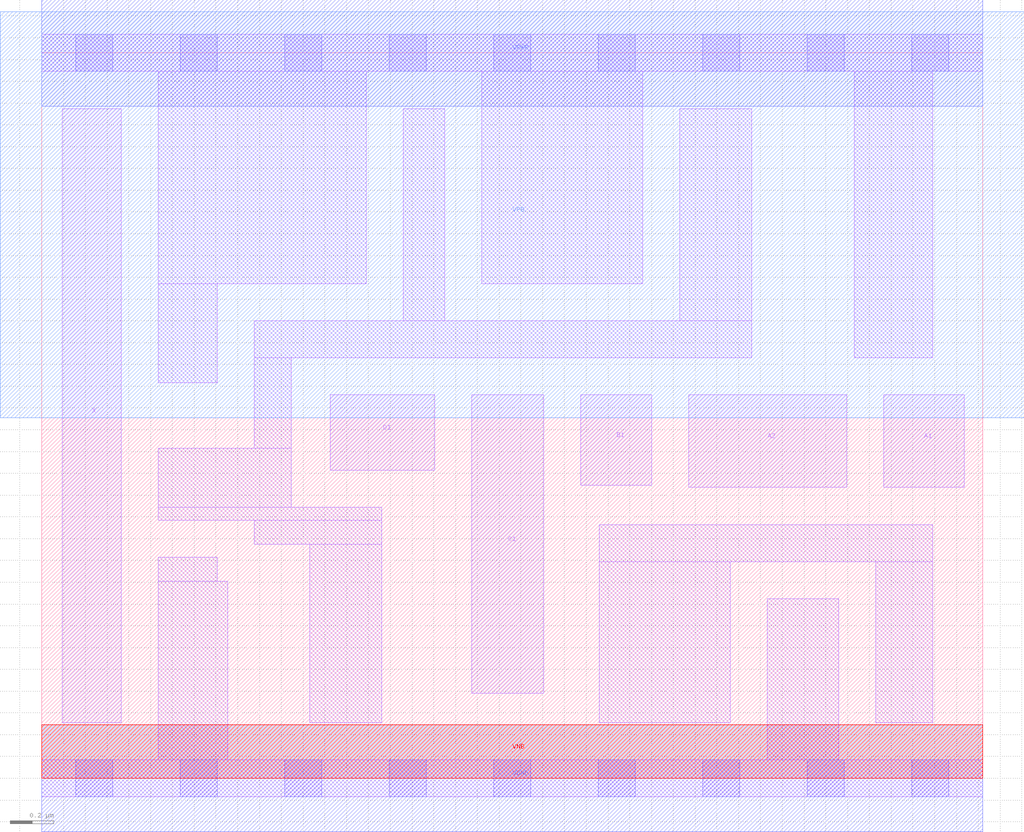
<source format=lef>
# Copyright 2020 The SkyWater PDK Authors
#
# Licensed under the Apache License, Version 2.0 (the "License");
# you may not use this file except in compliance with the License.
# You may obtain a copy of the License at
#
#     https://www.apache.org/licenses/LICENSE-2.0
#
# Unless required by applicable law or agreed to in writing, software
# distributed under the License is distributed on an "AS IS" BASIS,
# WITHOUT WARRANTIES OR CONDITIONS OF ANY KIND, either express or implied.
# See the License for the specific language governing permissions and
# limitations under the License.
#
# SPDX-License-Identifier: Apache-2.0

VERSION 5.7 ;
  NOWIREEXTENSIONATPIN ON ;
  DIVIDERCHAR "/" ;
  BUSBITCHARS "[]" ;
MACRO sky130_fd_sc_lp__o2111a_1
  CLASS CORE ;
  FOREIGN sky130_fd_sc_lp__o2111a_1 ;
  ORIGIN  0.000000  0.000000 ;
  SIZE  4.320000 BY  3.330000 ;
  SYMMETRY X Y R90 ;
  SITE unit ;
  PIN A1
    ANTENNAGATEAREA  0.315000 ;
    DIRECTION INPUT ;
    USE SIGNAL ;
    PORT
      LAYER li1 ;
        RECT 3.865000 1.335000 4.235000 1.760000 ;
    END
  END A1
  PIN A2
    ANTENNAGATEAREA  0.315000 ;
    DIRECTION INPUT ;
    USE SIGNAL ;
    PORT
      LAYER li1 ;
        RECT 2.970000 1.335000 3.695000 1.760000 ;
    END
  END A2
  PIN B1
    ANTENNAGATEAREA  0.315000 ;
    DIRECTION INPUT ;
    USE SIGNAL ;
    PORT
      LAYER li1 ;
        RECT 2.475000 1.345000 2.800000 1.760000 ;
    END
  END B1
  PIN C1
    ANTENNAGATEAREA  0.315000 ;
    DIRECTION INPUT ;
    USE SIGNAL ;
    PORT
      LAYER li1 ;
        RECT 1.975000 0.390000 2.305000 1.760000 ;
    END
  END C1
  PIN D1
    ANTENNAGATEAREA  0.315000 ;
    DIRECTION INPUT ;
    USE SIGNAL ;
    PORT
      LAYER li1 ;
        RECT 1.325000 1.415000 1.805000 1.760000 ;
    END
  END D1
  PIN X
    ANTENNADIFFAREA  0.556500 ;
    DIRECTION OUTPUT ;
    USE SIGNAL ;
    PORT
      LAYER li1 ;
        RECT 0.095000 0.255000 0.365000 3.075000 ;
    END
  END X
  PIN VGND
    DIRECTION INOUT ;
    USE GROUND ;
    PORT
      LAYER met1 ;
        RECT 0.000000 -0.245000 4.320000 0.245000 ;
    END
  END VGND
  PIN VNB
    DIRECTION INOUT ;
    USE GROUND ;
    PORT
      LAYER pwell ;
        RECT 0.000000 0.000000 4.320000 0.245000 ;
    END
  END VNB
  PIN VPB
    DIRECTION INOUT ;
    USE POWER ;
    PORT
      LAYER nwell ;
        RECT -0.190000 1.655000 4.510000 3.520000 ;
    END
  END VPB
  PIN VPWR
    DIRECTION INOUT ;
    USE POWER ;
    PORT
      LAYER met1 ;
        RECT 0.000000 3.085000 4.320000 3.575000 ;
    END
  END VPWR
  OBS
    LAYER li1 ;
      RECT 0.000000 -0.085000 4.320000 0.085000 ;
      RECT 0.000000  3.245000 4.320000 3.415000 ;
      RECT 0.535000  0.085000 0.855000 0.905000 ;
      RECT 0.535000  0.905000 0.805000 1.015000 ;
      RECT 0.535000  1.185000 1.560000 1.245000 ;
      RECT 0.535000  1.245000 1.145000 1.515000 ;
      RECT 0.535000  1.815000 0.805000 2.270000 ;
      RECT 0.535000  2.270000 1.490000 3.245000 ;
      RECT 0.975000  1.075000 1.560000 1.185000 ;
      RECT 0.975000  1.515000 1.145000 1.930000 ;
      RECT 0.975000  1.930000 3.260000 2.100000 ;
      RECT 1.230000  0.255000 1.560000 1.075000 ;
      RECT 1.660000  2.100000 1.850000 3.075000 ;
      RECT 2.020000  2.270000 2.760000 3.245000 ;
      RECT 2.560000  0.255000 3.160000 0.995000 ;
      RECT 2.560000  0.995000 4.090000 1.165000 ;
      RECT 2.930000  2.100000 3.260000 3.075000 ;
      RECT 3.330000  0.085000 3.660000 0.825000 ;
      RECT 3.730000  1.930000 4.090000 3.245000 ;
      RECT 3.830000  0.255000 4.090000 0.995000 ;
    LAYER mcon ;
      RECT 0.155000 -0.085000 0.325000 0.085000 ;
      RECT 0.155000  3.245000 0.325000 3.415000 ;
      RECT 0.635000 -0.085000 0.805000 0.085000 ;
      RECT 0.635000  3.245000 0.805000 3.415000 ;
      RECT 1.115000 -0.085000 1.285000 0.085000 ;
      RECT 1.115000  3.245000 1.285000 3.415000 ;
      RECT 1.595000 -0.085000 1.765000 0.085000 ;
      RECT 1.595000  3.245000 1.765000 3.415000 ;
      RECT 2.075000 -0.085000 2.245000 0.085000 ;
      RECT 2.075000  3.245000 2.245000 3.415000 ;
      RECT 2.555000 -0.085000 2.725000 0.085000 ;
      RECT 2.555000  3.245000 2.725000 3.415000 ;
      RECT 3.035000 -0.085000 3.205000 0.085000 ;
      RECT 3.035000  3.245000 3.205000 3.415000 ;
      RECT 3.515000 -0.085000 3.685000 0.085000 ;
      RECT 3.515000  3.245000 3.685000 3.415000 ;
      RECT 3.995000 -0.085000 4.165000 0.085000 ;
      RECT 3.995000  3.245000 4.165000 3.415000 ;
  END
END sky130_fd_sc_lp__o2111a_1
END LIBRARY

</source>
